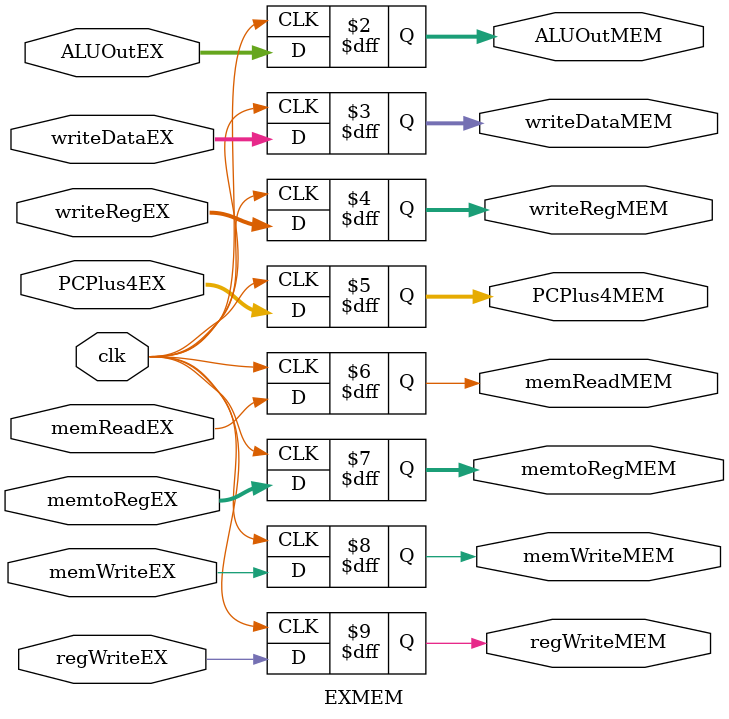
<source format=v>
module EXMEM(
    input clk,
    // Pipeline Reg
    input [31:0] ALUOutEX,
    input [31:0] writeDataEX,
    input [4:0] writeRegEX,
    input [31:0] PCPlus4EX,

    output reg [31:0] ALUOutMEM,
    output reg [31:0] writeDataMEM,
    output reg [4:0] writeRegMEM,
    output reg [31:0] PCPlus4MEM,

    // Pipeline Ctrl
    input memReadEX,
    input [1:0] memtoRegEX, 
    input memWriteEX,
    input regWriteEX,

    output reg memReadMEM,
    output reg [1:0] memtoRegMEM, 
    output reg memWriteMEM,
    output reg regWriteMEM
);
  
    always @(posedge clk) begin                      
        ALUOutMEM <= ALUOutEX;
        writeDataMEM <= writeDataEX;
        writeRegMEM <= writeRegEX;
        PCPlus4MEM <= PCPlus4EX;

        memReadMEM <= memReadEX;
        memtoRegMEM <= memtoRegEX;
        memWriteMEM <= memWriteEX;
        regWriteMEM <= regWriteEX;
    end

endmodule

</source>
